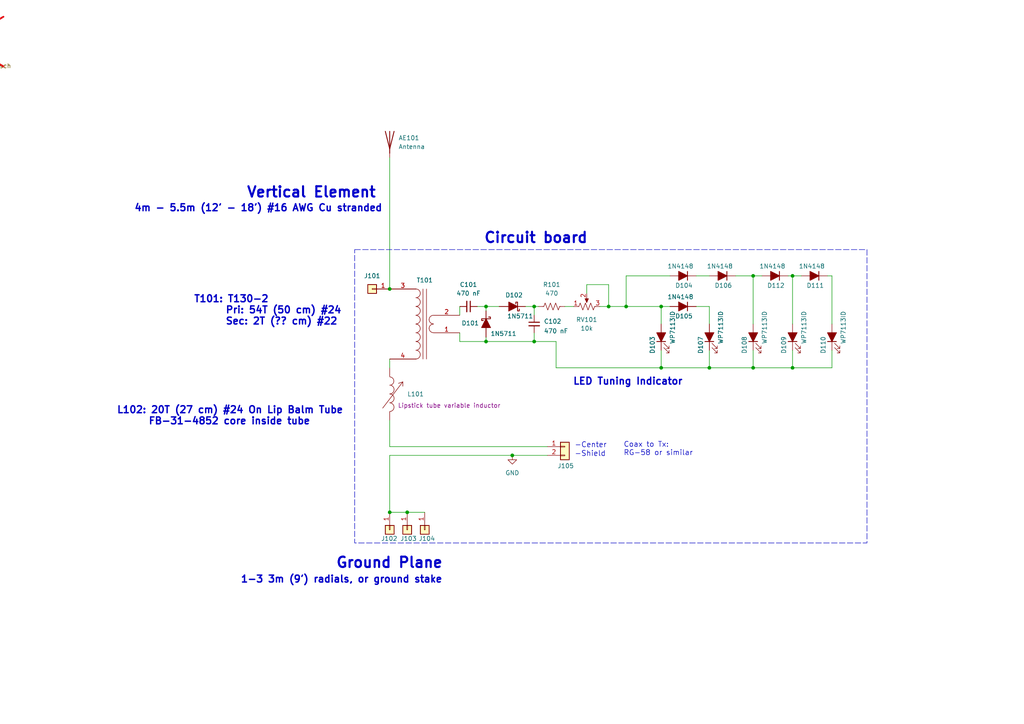
<source format=kicad_sch>
(kicad_sch (version 20250114) (generator "eeschema") (generator_version "9.0")
  (paper "A4")
  (title_block (title "80m Vertical Dipole Fox Antenna") (date "2025-12-30") (rev "X1.0"))
  (lib_symbols
    (symbol "Connector_Generic:Conn_01x01" (pin_names (offset 1.016) (hide yes))
      (property "Reference" "J" (at 0 2.54 0))
      (property "Value" "Conn_01x01" (at 0 -2.54 0))
      (symbol "Conn_01x01_1_1"
        (rectangle (start -1.27 1.27) (end 1.27 -1.27) (stroke (width 0.254)) (fill (type background)))
        (rectangle (start -1.27 0.127) (end 0 -0.127) (stroke (width 0.1524)))
        (pin passive line (at -5.08 0 0) (length 3.81) (name "Pin_1") (number "1"))
      )
    )
    (symbol "Connector_Generic:Conn_01x02" (pin_names (offset 1.016) (hide yes))
      (property "Reference" "J" (at 0 2.54 0))
      (property "Value" "Conn_01x02" (at 0 -5.08 0))
      (symbol "Conn_01x02_1_1"
        (rectangle (start -1.27 1.27) (end 1.27 -3.81) (stroke (width 0.254)) (fill (type background)))
        (rectangle (start -1.27 0.127) (end 0 -0.127) (stroke (width 0.1524)))
        (rectangle (start -1.27 -2.413) (end 0 -2.667) (stroke (width 0.1524)))
        (pin passive line (at -5.08 0 0) (length 3.81) (name "Pin_1") (number "1"))
        (pin passive line (at -5.08 -2.54 0) (length 3.81) (name "Pin_2") (number "2"))
      )
    )
    (symbol "Coupled_Inductors_2_1" (pin_names (offset 1.016) (hide yes))
      (property "Reference" "T101" (at 0.0085 12.7 0))
      (symbol "Coupled_Inductors_2_1_0_1"
        (arc (start -1.27 1.27) (mid -1.656 0.3936) (end -2.54 0.0254))
        (arc (start -1.27 -1.27) (mid -1.656 -2.1464) (end -2.54 -2.5146))
        (arc (start -2.54 2.54) (mid -1.642 2.168) (end -1.27 1.27))
        (arc (start -2.54 0) (mid -1.642 -0.372) (end -1.27 -1.27))
        (polyline (pts (xy -0.508 -10.16) (xy -0.508 10.16)))
        (polyline (pts (xy 0.508 10.16) (xy 0.508 -10.16)))
        (arc (start 1.2954 8.89) (mid 1.6457 9.7917) (end 2.54 10.16))
        (arc (start 1.2954 6.35) (mid 1.6457 7.2517) (end 2.54 7.62))
        (arc (start 1.2954 3.81) (mid 1.6457 4.7117) (end 2.54 5.08))
        (arc (start 1.2954 -3.81) (mid 1.6457 -2.9083) (end 2.54 -2.54))
        (arc (start 1.2954 -6.35) (mid 1.6457 -5.4483) (end 2.54 -5.08))
        (arc (start 1.2954 -8.89) (mid 1.6457 -7.9883) (end 2.54 -7.62))
        (arc (start 2.54 7.6454) (mid 1.6599 8.0099) (end 1.2954 8.89))
        (arc (start 2.54 5.1054) (mid 1.6599 5.4699) (end 1.2954 6.35))
        (arc (start 2.54 2.5654) (mid 1.6599 2.9299) (end 1.2954 3.81))
        (arc (start 1.3124 1.228) (mid 1.6627 2.1297) (end 2.557 2.498))
        (arc (start 2.54 0.0254) (mid 1.6599 0.3899) (end 1.2954 1.27))
        (arc (start 1.3124 -1.312) (mid 1.6627 -0.4103) (end 2.557 -0.042))
        (arc (start 2.54 -2.5146) (mid 1.6599 -2.1501) (end 1.2954 -1.27))
        (arc (start 2.54 -5.0546) (mid 1.6599 -4.6901) (end 1.2954 -3.81))
        (arc (start 2.54 -7.5946) (mid 1.6599 -7.2301) (end 1.2954 -6.35))
        (arc (start 2.54 -10.1346) (mid 1.6599 -9.7701) (end 1.2954 -8.89))
      )
      (symbol "Coupled_Inductors_2_1_1_1"
        (pin passive line (at -10.16 2.54 0) (length 7.62) (name "IN+") (number "2"))
        (pin passive line (at -10.16 -2.54 0) (length 7.62) (name "PM") (number "1"))
        (pin passive line (at 10.16 10.16 180) (length 7.62) (name "OUT1A") (number "3"))
        (pin passive line (at 10.16 -10.16 180) (length 7.62) (name "OUT1B") (number "4"))
      )
    )
    (symbol "D_Schottky_1" (pin_numbers (hide yes)) (pin_names (offset 1.016) (hide yes))
      (property "Reference" "D" (at 0 2.54 0))
      (property "Value" "D_Schottky" (at 0 -2.54 0))
      (symbol "D_Schottky_1_0_1"
        (polyline (pts (xy -2.032 0.762) (xy -2.032 1.27) (xy -1.524 1.27) (xy -1.524 -1.27) (xy -1.016 -1.27) (xy -1.016 -0.762)) (stroke (width 0.254)))
        (polyline (pts (xy 1.016 1.27) (xy 1.016 -1.27) (xy -1.524 0) (xy 1.016 1.27)) (stroke (width 0.254)) (fill (type outline)))
        (polyline (pts (xy 1.27 0) (xy -1.27 0)))
      )
      (symbol "D_Schottky_1_1_1"
        (pin passive line (at -3.81 0 0) (length 2.54) (name "K") (number "1"))
        (pin passive line (at 3.81 0 180) (length 2.54) (name "A") (number "2"))
      )
    )
    (symbol "Device:Antenna" (pin_numbers (hide yes)) (pin_names (offset 1.016) (hide yes))
      (property "Reference" "AE" (at -1.905 1.905 0))
      (property "Value" "Antenna" (at -1.905 0 0))
      (symbol "Antenna_0_1"
        (polyline (pts (xy 0 2.54) (xy 0 -3.81)) (stroke (width 0.254)))
        (polyline (pts (xy 1.27 2.54) (xy 0 -2.54) (xy -1.27 2.54)) (stroke (width 0.254)))
      )
      (symbol "Antenna_1_1"
        (pin input line (at 0 -5.08 90) (length 2.54) (name "A") (number "1"))
      )
    )
    (symbol "Device:C_Small" (pin_numbers (hide yes)) (pin_names (offset 0.254) (hide yes))
      (property "Reference" "C" (at 0.254 1.778 0))
      (property "Value" "C_Small" (at 0.254 -2.032 0))
      (symbol "C_Small_0_1"
        (polyline (pts (xy -1.524 0.508) (xy 1.524 0.508)) (stroke (width 0.3048)))
        (polyline (pts (xy -1.524 -0.508) (xy 1.524 -0.508)) (stroke (width 0.3302)))
      )
      (symbol "C_Small_1_1"
        (pin passive line (at 0 2.54 270) (length 2.032) (name "~") (number "1"))
        (pin passive line (at 0 -2.54 90) (length 2.032) (name "~") (number "2"))
      )
    )
    (symbol "Device:INDUCTOR_VARIABLE" (pin_numbers (hide yes)) (pin_names (offset 1.016) (hide yes))
      (property "Reference" "L101" (at -1.27 0 90))
      (symbol "INDUCTOR_VARIABLE_0_1"
        (polyline (pts (xy -2.032 -4.064) (xy 3.81 3.556) (xy 3.81 2.286)))
        (arc (start 0.0254 4.9784) (mid 1.1942 3.7719) (end 0.0254 2.5654))
        (arc (start 0.0254 2.5908) (mid 1.2704 1.3081) (end 0.0254 0.0254))
        (arc (start 0.0254 0.0508) (mid 1.2704 -1.2319) (end 0.0254 -2.5146))
        (arc (start 0.0254 -2.54) (mid 1.245 -3.7973) (end 0.0254 -5.0546))
        (polyline (pts (xy 3.81 3.5306) (xy 2.54 3.1242)))
      )
      (symbol "INDUCTOR_VARIABLE_1_1"
        (pin passive line (at 0 7.62 270) (length 2.54) (name "1") (number "1"))
        (pin passive line (at 0 -7.62 90) (length 2.54) (name "2") (number "2"))
      )
    )
    (symbol "Device:R_Potentiometer_US" (pin_names (offset 1.016) (hide yes))
      (property "Reference" "RV" (at -4.445 0 90))
      (property "Value" "R_Potentiometer_US" (at -2.54 0 90))
      (symbol "R_Potentiometer_US_0_1"
        (polyline (pts (xy 0 2.54) (xy 0 2.286)))
        (polyline (pts (xy 0 2.286) (xy 1.016 1.905) (xy 0 1.524) (xy -1.016 1.143) (xy 0 0.762)))
        (polyline (pts (xy 0 0.762) (xy 1.016 0.381) (xy 0 0) (xy -1.016 -0.381) (xy 0 -0.762)))
        (polyline (pts (xy 0 -0.762) (xy 1.016 -1.143) (xy 0 -1.524) (xy -1.016 -1.905) (xy 0 -2.286)))
        (polyline (pts (xy 0 -2.286) (xy 0 -2.54)))
        (polyline (pts (xy 1.143 0) (xy 2.286 0.508) (xy 2.286 -0.508) (xy 1.143 0)) (fill (type outline)))
        (polyline (pts (xy 2.54 0) (xy 1.524 0)))
      )
      (symbol "R_Potentiometer_US_1_1"
        (pin passive line (at 0 3.81 270) (length 1.27) (name "1") (number "1"))
        (pin passive line (at 0 -3.81 90) (length 1.27) (name "3") (number "3"))
        (pin passive line (at 3.81 0 180) (length 1.27) (name "2") (number "2"))
      )
    )
    (symbol "Device:R_US" (pin_numbers (hide yes)) (pin_names (offset 0))
      (property "Reference" "R" (at 2.54 0 90))
      (property "Value" "R_US" (at -2.54 0 90))
      (symbol "R_US_0_1"
        (polyline (pts (xy 0 2.286) (xy 0 2.54)))
        (polyline (pts (xy 0 2.286) (xy 1.016 1.905) (xy 0 1.524) (xy -1.016 1.143) (xy 0 0.762)))
        (polyline (pts (xy 0 0.762) (xy 1.016 0.381) (xy 0 0) (xy -1.016 -0.381) (xy 0 -0.762)))
        (polyline (pts (xy 0 -0.762) (xy 1.016 -1.143) (xy 0 -1.524) (xy -1.016 -1.905) (xy 0 -2.286)))
        (polyline (pts (xy 0 -2.286) (xy 0 -2.54)))
      )
      (symbol "R_US_1_1"
        (pin passive line (at 0 3.81 270) (length 1.27) (name "~") (number "1"))
        (pin passive line (at 0 -3.81 90) (length 1.27) (name "~") (number "2"))
      )
    )
    (symbol "Diode:1N4148WT" (pin_numbers (hide yes)) (pin_names (hide yes))
      (property "Reference" "D" (at 0 2.54 0))
      (property "Value" "1N4148WT" (at 0 -2.54 0))
      (symbol "1N4148WT_0_1"
        (polyline (pts (xy -1.27 1.27) (xy -1.27 -1.27)) (stroke (width 0.254)))
        (polyline (pts (xy 1.27 1.27) (xy 1.27 -1.27) (xy -1.27 0) (xy 1.27 1.27)) (stroke (width 0.254)) (fill (type outline)))
        (polyline (pts (xy 1.27 0) (xy -1.27 0)))
      )
      (symbol "1N4148WT_1_1"
        (pin passive line (at -3.81 0 0) (length 2.54) (name "K") (number "1"))
        (pin passive line (at 3.81 0 180) (length 2.54) (name "A") (number "2"))
      )
    )
    (symbol "LED_1" (pin_numbers (hide yes)) (pin_names (offset 1.016) (hide yes))
      (property "Reference" "D" (at 0 2.54 0))
      (property "Value" "LED" (at 0 -2.54 0))
      (symbol "LED_1_0_1"
        (polyline (pts (xy -3.048 -0.762) (xy -4.572 -2.286) (xy -3.81 -2.286) (xy -4.572 -2.286) (xy -4.572 -1.524)))
        (polyline (pts (xy -1.778 -0.762) (xy -3.302 -2.286) (xy -2.54 -2.286) (xy -3.302 -2.286) (xy -3.302 -1.524)))
        (polyline (pts (xy -1.27 0) (xy 1.27 0)))
        (polyline (pts (xy -1.27 -1.27) (xy -1.27 1.27)) (stroke (width 0.254)))
        (polyline (pts (xy 1.27 -1.27) (xy 1.27 1.27) (xy -1.27 0) (xy 1.27 -1.27)) (stroke (width 0.254)) (fill (type outline)))
      )
      (symbol "LED_1_1_1"
        (pin passive line (at -3.81 0 0) (length 2.54) (name "K") (number "1"))
        (pin passive line (at 3.81 0 180) (length 2.54) (name "A") (number "2"))
      )
    )
    (symbol "power:GND" (power) (pin_numbers (hide yes)) (pin_names (offset 0) (hide yes))
      (property "Value" "GND" (at 0 -3.81 0))
      (symbol "GND_0_1"
        (polyline (pts (xy 0 0) (xy 0 -1.27) (xy 1.27 -1.27) (xy 0 -2.54) (xy -1.27 -1.27) (xy 0 -1.27)))
      )
      (symbol "GND_1_1"
        (pin power_in line (at 0 0 270) (length 0) (name "~") (number "1"))
      )
    )
  )
  (rectangle (start 102.87 72.39) (end 251.46 157.48) (stroke (width 0) (type dash)))
  (text "LED Tuning Indicator" (at 182.118 110.744 0) (effects (font (size 2.0066 2.0066) (thickness 0.4013) (bold yes))))
  (text "-Shield" (at 166.624 132.588 0) (effects (font (size 1.524 1.524)) (justify left bottom)))
  (text "Coax to Tx:\nRG-58 or similar" (at 180.848 132.334 0) (effects (font (size 1.4986 1.4986)) (justify left bottom)))
  (text "-Center" (at 166.624 130.048 0) (effects (font (size 1.524 1.524)) (justify left bottom)))
  (text "L102: 20T (27 cm) #24 On Lip Balm Tube\n      FB-31-4852 core inside tube" (at 33.782 123.444 0) (effects (font (size 2.0066 2.0066) (thickness 0.4013) (bold yes)) (justify left bottom)))
  (text "4m - 5.5m (12' - 18') #16 AWG Cu stranded" (at 74.93 60.452 0) (effects (font (size 2.0066 2.0066) (thickness 0.4013) (bold yes))))
  (text "1-3 3m (9') radials, or ground stake" (at 99.06 168.148 0) (effects (font (size 2.0066 2.0066) (thickness 0.4013) (bold yes))))
  (text "Circuit board" (at 140.208 70.866 0) (effects (font (size 2.9972 2.9972) (thickness 0.5994) (bold yes)) (justify left bottom)))
  (text "Vertical Element" (at 71.374 57.658 0) (effects (font (size 2.9972 2.9972) (thickness 0.5994) (bold yes)) (justify left bottom)))
  (text "T101: T130-2\n      Pri: 54T (50 cm) #24\n      Sec: 2T (?? cm) #22" (at 56.134 94.488 0) (effects (font (size 2.0066 2.0066) (thickness 0.4013) (bold yes)) (justify left bottom)))
  (text "Ground Plane" (at 97.282 165.1 0) (effects (font (size 2.9972 2.9972) (thickness 0.5994) (bold yes)) (justify left bottom)))
  (junction (at 181.61 88.9))
  (junction (at 176.53 88.9))
  (junction (at 118.11 148.59))
  (junction (at 229.87 106.68))
  (junction (at 113.03 83.82))
  (junction (at 191.77 106.68))
  (junction (at 140.97 99.06))
  (junction (at 205.74 106.68))
  (junction (at 140.97 88.9))
  (junction (at 191.77 88.9))
  (junction (at 154.94 99.06))
  (junction (at 229.87 80.01))
  (junction (at 148.59 132.08))
  (junction (at 113.03 148.59))
  (junction (at 154.94 88.9))
  (junction (at 218.44 80.01))
  (junction (at 218.44 106.68))
  (wire (pts (xy 170.18 85.09) (xy 170.18 82.55)))
  (wire (pts (xy 191.77 106.68) (xy 205.74 106.68)))
  (wire (pts (xy 194.31 80.01) (xy 181.61 80.01)))
  (wire (pts (xy 181.61 88.9) (xy 191.77 88.9)))
  (wire (pts (xy 241.3 106.68) (xy 229.87 106.68)))
  (wire (pts (xy 154.94 88.9) (xy 154.94 91.44)))
  (wire (pts (xy 133.35 99.06) (xy 140.97 99.06)))
  (wire (pts (xy 140.97 88.9) (xy 138.43 88.9)))
  (wire (pts (xy 158.75 129.54) (xy 113.03 129.54)))
  (wire (pts (xy 218.44 80.01) (xy 218.44 93.98)))
  (wire (pts (xy 133.35 96.52) (xy 133.35 99.06)))
  (wire (pts (xy 140.97 88.9) (xy 140.97 90.17)))
  (wire (pts (xy 148.59 132.08) (xy 113.03 132.08)))
  (wire (pts (xy 161.29 106.68) (xy 191.77 106.68)))
  (wire (pts (xy 113.03 132.08) (xy 113.03 148.59)))
  (wire (pts (xy 220.98 80.01) (xy 218.44 80.01)))
  (wire (pts (xy 229.87 101.6) (xy 229.87 106.68)))
  (wire (pts (xy 113.03 45.72) (xy 113.03 83.82)))
  (wire (pts (xy 240.03 80.01) (xy 241.3 80.01)))
  (wire (pts (xy 191.77 101.6) (xy 191.77 106.68)))
  (wire (pts (xy 205.74 80.01) (xy 201.93 80.01)))
  (wire (pts (xy 161.29 99.06) (xy 161.29 106.68)))
  (wire (pts (xy 173.99 88.9) (xy 176.53 88.9)))
  (wire (pts (xy 205.74 106.68) (xy 218.44 106.68)))
  (wire (pts (xy 176.53 82.55) (xy 176.53 88.9)))
  (wire (pts (xy 229.87 80.01) (xy 229.87 93.98)))
  (wire (pts (xy 170.18 82.55) (xy 176.53 82.55)))
  (wire (pts (xy 133.35 88.9) (xy 133.35 91.44)))
  (wire (pts (xy 201.93 88.9) (xy 205.74 88.9)))
  (wire (pts (xy 191.77 88.9) (xy 194.31 88.9)))
  (wire (pts (xy 229.87 106.68) (xy 218.44 106.68)))
  (wire (pts (xy 144.78 88.9) (xy 140.97 88.9)))
  (wire (pts (xy 176.53 88.9) (xy 181.61 88.9)))
  (wire (pts (xy 154.94 88.9) (xy 156.21 88.9)))
  (wire (pts (xy 228.6 80.01) (xy 229.87 80.01)))
  (wire (pts (xy 113.03 148.59) (xy 118.11 148.59)))
  (wire (pts (xy 163.83 88.9) (xy 166.37 88.9)))
  (wire (pts (xy 205.74 88.9) (xy 205.74 93.98)))
  (wire (pts (xy 113.03 129.54) (xy 113.03 121.92)))
  (wire (pts (xy 181.61 80.01) (xy 181.61 88.9)))
  (wire (pts (xy 113.03 104.14) (xy 113.03 106.68)))
  (wire (pts (xy 229.87 80.01) (xy 232.41 80.01)))
  (wire (pts (xy 140.97 99.06) (xy 154.94 99.06)))
  (wire (pts (xy 205.74 101.6) (xy 205.74 106.68)))
  (wire (pts (xy 191.77 88.9) (xy 191.77 93.98)))
  (wire (pts (xy 118.11 148.59) (xy 123.19 148.59)))
  (wire (pts (xy 154.94 99.06) (xy 161.29 99.06)))
  (wire (pts (xy 152.4 88.9) (xy 154.94 88.9)))
  (wire (pts (xy 158.75 132.08) (xy 148.59 132.08)))
  (wire (pts (xy 241.3 80.01) (xy 241.3 93.98)))
  (wire (pts (xy 213.36 80.01) (xy 218.44 80.01)))
  (wire (pts (xy 140.97 99.06) (xy 140.97 97.79)))
  (wire (pts (xy 241.3 101.6) (xy 241.3 106.68)))
  (wire (pts (xy 218.44 101.6) (xy 218.44 106.68)))
  (wire (pts (xy 154.94 96.52) (xy 154.94 99.06)))
  (symbol (lib_id "Diode:1N4148WT") (at 209.55 80.01 0) (mirror y) (unit 1)
    (property "Reference" "D106" (at 209.804 82.804 0))
    (property "Value" "1N4148" (at 208.788 77.216 0))
    (property "Footprint" "Diode_THT:D_DO-35_SOD27_P2.54mm_Vertical_KathodeUp" (effects (hide yes)))
    (property "Datasheet" "https://www.onsemi.com/download/data-sheet/pdf/1n914-d.pdf" (effects (hide yes)))
    (property "Description" "Diode 100 V 200mA Through Hole DO-35" (effects (hide yes)))
    (property "Digi-Key Part No." "1N4148FS-ND " (effects (hide yes)))
    (property "Manufacturer" "onsemi" (effects (hide yes)))
    (property "Manufacturer PN" "1N4148" (effects (hide yes)))
    (property "Link" "https://www.digikey.com/en/products/detail/onsemi/1N4148/458603" (effects (hide yes)))
  )
  (symbol (lib_name "LED_1") (lib_id "Device:LED") (at 191.77 97.79 90) (unit 1)
    (property "Reference" "D103" (at 189.23 100.076 0))
    (property "Value" "WP7113ID" (at 195.072 94.996 0))
    (property "Footprint" "LED_THT:LED_D5.0mm" (effects (hide yes)))
    (property "Datasheet" "https://www.kingbrightusa.com/images/catalog/SPEC/WP7113ID.pdf" (effects (hide yes)))
    (property "Description" "LED RED DIFFUSED T-1 3/4 T/H" (effects (hide yes)))
    (property "Digi-Key Part No." "754-1264-ND" (effects (hide yes)))
    (property "Link" "https://www.digikey.com/en/products/detail/kingbright/WP7113ID/1747663" (effects (hide yes)))
    (property "Manufacturer" "Kingbright" (effects (hide yes)))
    (property "Manufacturer PN" "WP7113ID" (effects (hide yes)))
  )
  (symbol (lib_id "Connector_Generic:Conn_01x01") (at 123.19 153.67 90) (mirror x) (unit 1) (in_bom no)
    (property "Reference" "J104" (at 121.412 156.21 90) (effects (justify right)))
    (property "Value" "Conn_01x01" (effects (hide yes)))
    (property "Description" "Generic connector, single row, 01x01, script generated (kicad-library-utils/schlib/autogen/connector/)" (effects (hide yes)))
  )
  (symbol (lib_name "Coupled_Inductors_2_1") (lib_id "Device:Coupled_Inductors_2") (at 123.19 93.98 0) (mirror y) (unit 1)
    (property "Reference" "T101" (at 123.1815 81.28 0))
    (property "Value" "Coupled_Inductors_2" (effects (hide yes)))
    (property "Footprint" "Inductor_THT:Core_150A_2_windings_Horiz_TH" (effects (hide yes)))
    (property "Description" "Transformer, high-inductance primary, weak secondary coupling" (effects (hide yes)))
    (property "Link" "https://amidoncorp.com/t130-2/" (effects (hide yes)))
    (property "Manufacturer" "Amidon" (effects (hide yes)))
    (property "Manufacturer PN" "T130-2" (effects (hide yes)))
  )
  (symbol (lib_id "Device:INDUCTOR_VARIABLE") (at 113.03 114.3 0) (unit 1)
    (property "Reference" "L101" (at 118.11 114.2999 0) (effects (justify left)))
    (property "Value" "FB-31-4852" (effects (hide yes)))
    (property "Footprint" "Inductor_THT:L_Axial_L26.7mm_D14.0mm_P35.00mm_Horizontal_Vishay_IHA-104" (effects (hide yes)))
    (property "Description" "Lipstick tube variable inductor" (at 130.302 117.602 0))
    (property "Link" "https://amidoncorp.com/fb-31-4852/" (effects (hide yes)))
    (property "Manufacturer" "Amidon" (effects (hide yes)))
    (property "Manufacturer PN" "FB-31-4852" (effects (hide yes)))
  )
  (symbol (lib_id "Connector_Generic:Conn_01x01") (at 113.03 153.67 90) (mirror x) (unit 1) (in_bom no)
    (property "Reference" "J102" (at 110.49 156.21 90) (effects (justify right)))
    (property "Value" "Conn_01x01" (effects (hide yes)))
    (property "Description" "Generic connector, single row, 01x01, script generated (kicad-library-utils/schlib/autogen/connector/)" (effects (hide yes)))
  )
  (symbol (lib_name "LED_1") (lib_id "Device:LED") (at 218.44 97.79 90) (unit 1)
    (property "Reference" "D108" (at 215.9 100.076 0))
    (property "Value" "WP7113ID" (at 221.742 94.996 0))
    (property "Footprint" "LED_THT:LED_D5.0mm" (effects (hide yes)))
    (property "Datasheet" "https://www.kingbrightusa.com/images/catalog/SPEC/WP7113ID.pdf" (effects (hide yes)))
    (property "Description" "LED RED DIFFUSED T-1 3/4 T/H" (effects (hide yes)))
    (property "Digi-Key Part No." "754-1264-ND" (effects (hide yes)))
    (property "Link" "https://www.digikey.com/en/products/detail/kingbright/WP7113ID/1747663" (effects (hide yes)))
    (property "Manufacturer" "Kingbright" (effects (hide yes)))
    (property "Manufacturer PN" "WP7113ID" (effects (hide yes)))
  )
  (symbol (lib_id "Device:C_Small") (at 154.94 93.98 0) (unit 1)
    (property "Reference" "C102" (at 157.734 93.218 0) (effects (justify left)))
    (property "Value" "470 nF" (at 157.734 96.012 0) (effects (justify left)))
    (property "Footprint" "Capacitor_THT:C_Disc_D3.0mm_W2.0mm_P2.50mm" (effects (hide yes)))
    (property "Datasheet" "https://product.tdk.com/en/system/files/dam/doc/product/capacitor/ceramic/lead-mlcc/catalog/leadmlcc_halogenfree_fa_en.pdf" (effects (hide yes)))
    (property "Description" "CAP CER 0.47UF 100V X7S RADIAL" (effects (hide yes)))
    (property "Digi-Key Part No." "445-180414-1-ND " (effects (hide yes)))
    (property "Manufacturer" "TDK Corporation" (effects (hide yes)))
    (property "Manufacturer PN" "FA14X7S2A474KRU06" (effects (hide yes)))
    (property "Link" "https://www.digikey.com/en/products/detail/tdk-corporation/FA14X7S2A474KRU06/5865817" (effects (hide yes)))
  )
  (symbol (lib_name "D_Schottky_1") (lib_id "Device:D_Schottky") (at 140.97 93.98 270) (unit 1)
    (property "Reference" "D101" (at 136.398 93.726 90))
    (property "Value" "1N5711" (at 146.05 96.774 90))
    (property "Footprint" "Diode_THT:D_DO-35_SOD27_P7.62mm_Horizontal" (effects (hide yes)))
    (property "Datasheet" "https://www.st.com/content/ccc/resource/technical/document/datasheet/a8/9d/10/57/ac/a3/4f/81/CD00000759.pdf/files/CD00000759.pdf/jcr:content/translations/en.CD00000759.pdf" (effects (hide yes)))
    (property "Description" "RF DIODE SCHOTTKY 70V 430MW DO35" (effects (hide yes)))
    (property "Digi-Key Part No." "497-2499-1-ND" (effects (hide yes)))
    (property "Link" "https://www.digikey.com/en/products/detail/stmicroelectronics/1N5711/603524" (effects (hide yes)))
    (property "Manufacturer" "STMicroelectronics" (effects (hide yes)))
    (property "Manufacturer PN" "1N5711" (effects (hide yes)))
  )
  (symbol (lib_id "Connector_Generic:Conn_01x02") (at 163.83 129.54 0) (unit 1) (in_bom no)
    (property "Reference" "J105" (at 164.084 135.128 0))
    (property "Value" "Conn_01x02" (effects (hide yes)))
    (property "Description" "Generic connector, single row, 01x02, script generated (kicad-library-utils/schlib/autogen/connector/)" (effects (hide yes)))
  )
  (symbol (lib_id "Device:C_Small") (at 135.89 88.9 270) (unit 1)
    (property "Reference" "C101" (at 135.8836 82.55 90))
    (property "Value" "470 nF" (at 135.8836 85.09 90))
    (property "Footprint" "Capacitor_THT:C_Disc_D3.0mm_W2.0mm_P2.50mm" (effects (hide yes)))
    (property "Datasheet" "https://product.tdk.com/en/system/files/dam/doc/product/capacitor/ceramic/lead-mlcc/catalog/leadmlcc_halogenfree_fa_en.pdf" (effects (hide yes)))
    (property "Description" "CAP CER 0.47UF 100V X7S RADIAL" (effects (hide yes)))
    (property "Digi-Key Part No." "445-180414-1-ND " (effects (hide yes)))
    (property "Manufacturer" "TDK Corporation" (effects (hide yes)))
    (property "Manufacturer PN" "FA14X7S2A474KRU06" (effects (hide yes)))
    (property "Link" "https://www.digikey.com/en/products/detail/tdk-corporation/FA14X7S2A474KRU06/5865817" (effects (hide yes)))
  )
  (symbol (lib_id "power:GND") (at 148.59 132.08 0) (unit 1)
    (property "Reference" "#PWR0101" (effects (hide yes)))
    (property "Value" "GND" (at 148.59 137.16 0))
    (property "Description" "Power symbol creates a global label with name \"GND\" , ground" (effects (hide yes)))
  )
  (symbol (lib_name "LED_1") (lib_id "Device:LED") (at 241.3 97.79 90) (unit 1)
    (property "Reference" "D110" (at 238.76 100.076 0))
    (property "Value" "WP7113ID" (at 244.602 94.996 0))
    (property "Footprint" "LED_THT:LED_D5.0mm" (effects (hide yes)))
    (property "Datasheet" "https://www.kingbrightusa.com/images/catalog/SPEC/WP7113ID.pdf" (effects (hide yes)))
    (property "Description" "LED RED DIFFUSED T-1 3/4 T/H" (effects (hide yes)))
    (property "Digi-Key Part No." "754-1264-ND" (effects (hide yes)))
    (property "Link" "https://www.digikey.com/en/products/detail/kingbright/WP7113ID/1747663" (effects (hide yes)))
    (property "Manufacturer" "Kingbright" (effects (hide yes)))
    (property "Manufacturer PN" "WP7113ID" (effects (hide yes)))
  )
  (symbol (lib_id "Device:R_US") (at 160.02 88.9 90) (unit 1)
    (property "Reference" "R101" (at 160.02 82.55 90))
    (property "Value" "470" (at 160.02 85.09 90))
    (property "Footprint" "Resistor_THT:R_Axial_DIN0207_L6.3mm_D2.5mm_P7.62mm_Horizontal" (effects (hide yes)))
    (property "Description" "RES 470 OHM 5% 1/8W AXIAL" (effects (hide yes)))
    (property "Digi-Key Part No." "CF18JT470RCT-ND" (effects (hide yes)))
    (property "Link" "https://www.digikey.com/en/products/detail/stackpole-electronics-inc/CF18JT470R/1741717" (effects (hide yes)))
    (property "Manufacturer" "Stackpole Electronics Inc" (effects (hide yes)))
    (property "Manufacturer PN" "CF18JT470R" (effects (hide yes)))
  )
  (symbol (lib_id "Connector_Generic:Conn_01x01") (at 107.95 83.82 0) (mirror y) (unit 1) (in_bom no)
    (property "Reference" "J101" (at 107.95 80.01 0))
    (property "Value" "Conn_01x01" (effects (hide yes)))
    (property "Description" "Generic connector, single row, 01x01, script generated (kicad-library-utils/schlib/autogen/connector/)" (effects (hide yes)))
  )
  (symbol (lib_id "Device:Antenna") (at 113.03 40.64 0) (unit 1) (in_bom no)
    (property "Reference" "AE101" (at 115.57 40.0049 0) (effects (justify left)))
    (property "Value" "Antenna" (at 115.57 42.5449 0) (effects (justify left)))
    (property "Description" "Antenna" (effects (hide yes)))
  )
  (symbol (lib_name "LED_1") (lib_id "Device:LED") (at 229.87 97.79 90) (unit 1)
    (property "Reference" "D109" (at 227.33 100.076 0))
    (property "Value" "WP7113ID" (at 233.172 94.996 0))
    (property "Footprint" "LED_THT:LED_D5.0mm" (effects (hide yes)))
    (property "Datasheet" "https://www.kingbrightusa.com/images/catalog/SPEC/WP7113ID.pdf" (effects (hide yes)))
    (property "Description" "LED RED DIFFUSED T-1 3/4 T/H" (effects (hide yes)))
    (property "Digi-Key Part No." "754-1264-ND" (effects (hide yes)))
    (property "Link" "https://www.digikey.com/en/products/detail/kingbright/WP7113ID/1747663" (effects (hide yes)))
    (property "Manufacturer" "Kingbright" (effects (hide yes)))
    (property "Manufacturer PN" "WP7113ID" (effects (hide yes)))
  )
  (symbol (lib_id "Diode:1N4148WT") (at 198.12 88.9 0) (mirror y) (unit 1)
    (property "Reference" "D105" (at 198.374 91.694 0))
    (property "Value" "1N4148" (at 197.358 86.106 0))
    (property "Footprint" "Diode_THT:D_DO-35_SOD27_P2.54mm_Vertical_KathodeUp" (effects (hide yes)))
    (property "Datasheet" "https://www.onsemi.com/download/data-sheet/pdf/1n914-d.pdf" (effects (hide yes)))
    (property "Description" "Diode 100 V 200mA Through Hole DO-35" (effects (hide yes)))
    (property "Digi-Key Part No." "1N4148FS-ND " (effects (hide yes)))
    (property "Manufacturer" "onsemi" (effects (hide yes)))
    (property "Manufacturer PN" "1N4148" (effects (hide yes)))
    (property "Link" "https://www.digikey.com/en/products/detail/onsemi/1N4148/458603" (effects (hide yes)))
  )
  (symbol (lib_name "LED_1") (lib_id "Device:LED") (at 205.74 97.79 90) (unit 1)
    (property "Reference" "D107" (at 203.2 100.076 0))
    (property "Value" "WP7113ID" (at 209.042 94.996 0))
    (property "Footprint" "LED_THT:LED_D5.0mm" (effects (hide yes)))
    (property "Datasheet" "https://www.kingbrightusa.com/images/catalog/SPEC/WP7113ID.pdf" (effects (hide yes)))
    (property "Description" "LED RED DIFFUSED T-1 3/4 T/H" (effects (hide yes)))
    (property "Digi-Key Part No." "754-1264-ND" (effects (hide yes)))
    (property "Link" "https://www.digikey.com/en/products/detail/kingbright/WP7113ID/1747663" (effects (hide yes)))
    (property "Manufacturer" "Kingbright" (effects (hide yes)))
    (property "Manufacturer PN" "WP7113ID" (effects (hide yes)))
  )
  (symbol (lib_id "Diode:1N4148WT") (at 236.22 80.01 0) (mirror y) (unit 1)
    (property "Reference" "D111" (at 236.474 82.804 0))
    (property "Value" "1N4148" (at 235.458 77.216 0))
    (property "Footprint" "Diode_THT:D_DO-35_SOD27_P2.54mm_Vertical_KathodeUp" (effects (hide yes)))
    (property "Datasheet" "https://www.onsemi.com/download/data-sheet/pdf/1n914-d.pdf" (effects (hide yes)))
    (property "Description" "Diode 100 V 200mA Through Hole DO-35" (effects (hide yes)))
    (property "Digi-Key Part No." "1N4148FS-ND " (effects (hide yes)))
    (property "Manufacturer" "onsemi" (effects (hide yes)))
    (property "Manufacturer PN" "1N4148" (effects (hide yes)))
    (property "Link" "https://www.digikey.com/en/products/detail/onsemi/1N4148/458603" (effects (hide yes)))
  )
  (symbol (lib_name "D_Schottky_1") (lib_id "Device:D_Schottky") (at 148.59 88.9 180) (unit 1)
    (property "Reference" "D102" (at 149.098 85.598 0))
    (property "Value" "1N5711" (at 150.876 91.694 0))
    (property "Footprint" "Diode_THT:D_DO-35_SOD27_P7.62mm_Horizontal" (effects (hide yes)))
    (property "Datasheet" "https://www.st.com/content/ccc/resource/technical/document/datasheet/a8/9d/10/57/ac/a3/4f/81/CD00000759.pdf/files/CD00000759.pdf/jcr:content/translations/en.CD00000759.pdf" (effects (hide yes)))
    (property "Description" "RF DIODE SCHOTTKY 70V 430MW DO35" (effects (hide yes)))
    (property "Digi-Key Part No." "497-2499-1-ND" (effects (hide yes)))
    (property "Manufacturer" "STMicroelectronics" (effects (hide yes)))
    (property "Manufacturer PN" "1N5711" (effects (hide yes)))
    (property "Link" "https://www.digikey.com/en/products/detail/stmicroelectronics/1N5711/603524" (effects (hide yes)))
  )
  (symbol (lib_id "Diode:1N4148WT") (at 224.79 80.01 0) (mirror y) (unit 1)
    (property "Reference" "D112" (at 225.044 82.804 0))
    (property "Value" "1N4148" (at 224.028 77.216 0))
    (property "Footprint" "Diode_THT:D_DO-35_SOD27_P2.54mm_Vertical_KathodeUp" (effects (hide yes)))
    (property "Datasheet" "https://www.onsemi.com/download/data-sheet/pdf/1n914-d.pdf" (effects (hide yes)))
    (property "Description" "Diode 100 V 200mA Through Hole DO-35" (effects (hide yes)))
    (property "Digi-Key Part No." "1N4148FS-ND " (effects (hide yes)))
    (property "Manufacturer" "onsemi" (effects (hide yes)))
    (property "Manufacturer PN" "1N4148" (effects (hide yes)))
    (property "Link" "https://www.digikey.com/en/products/detail/onsemi/1N4148/458603" (effects (hide yes)))
  )
  (symbol (lib_id "Diode:1N4148WT") (at 198.12 80.01 0) (mirror y) (unit 1)
    (property "Reference" "D104" (at 198.374 82.804 0))
    (property "Value" "1N4148" (at 197.358 77.216 0))
    (property "Footprint" "Diode_THT:D_DO-35_SOD27_P2.54mm_Vertical_KathodeUp" (effects (hide yes)))
    (property "Datasheet" "https://www.onsemi.com/download/data-sheet/pdf/1n914-d.pdf" (effects (hide yes)))
    (property "Description" "Diode 100 V 200mA Through Hole DO-35" (effects (hide yes)))
    (property "Digi-Key Part No." "1N4148FS-ND " (effects (hide yes)))
    (property "Link" "https://www.digikey.com/en/products/detail/onsemi/1N4148/458603" (effects (hide yes)))
    (property "Manufacturer" "onsemi" (effects (hide yes)))
    (property "Manufacturer PN" "1N4148" (effects (hide yes)))
  )
  (symbol (lib_id "Connector_Generic:Conn_01x01") (at 118.11 153.67 90) (mirror x) (unit 1) (in_bom no)
    (property "Reference" "J103" (at 116.078 156.21 90) (effects (justify right)))
    (property "Value" "Conn_01x01" (effects (hide yes)))
    (property "Description" "Generic connector, single row, 01x01, script generated (kicad-library-utils/schlib/autogen/connector/)" (effects (hide yes)))
  )
  (symbol (lib_id "Device:R_Potentiometer_US") (at 170.18 88.9 90) (unit 1)
    (property "Reference" "RV101" (at 170.18 92.71 90))
    (property "Value" "10k" (at 170.18 95.25 90))
    (property "Footprint" "Potentiometer_THT:Potentiometer_Bourns_3296W_Vertical" (effects (hide yes)))
    (property "Datasheet" "https://www.bourns.com/docs/product-datasheets/3296.pdf" (effects (hide yes)))
    (property "Description" "Potentiometer, US symbol" (effects (hide yes)))
    (property "Digi-Key Part No." "3296W-103LF-ND" (effects (hide yes)))
    (property "Manufacturer" "Bourns Inc." (effects (hide yes)))
    (property "Manufacturer PN" "3296W-1-103LF" (effects (hide yes)))
    (property "Link" "https://www.digikey.com/en/products/detail/bourns-inc/3296W-1-103LF/1088045" (effects (hide yes)))
  )
  (sheet (at -19.05 6.35) (size 16.51 11.43) (exclude_from_sim yes) (on_board no) (dnp yes) (stroke (width 0.1524))
    (property "Sheetname" "Hardware" (at -19.05 5.6384 0) (effects (justify left bottom)))
    (property "Sheetfile" "untitled.kicad_sch" (at -19.05 18.3646 0) (effects (justify left top)))
  )
)
</source>
